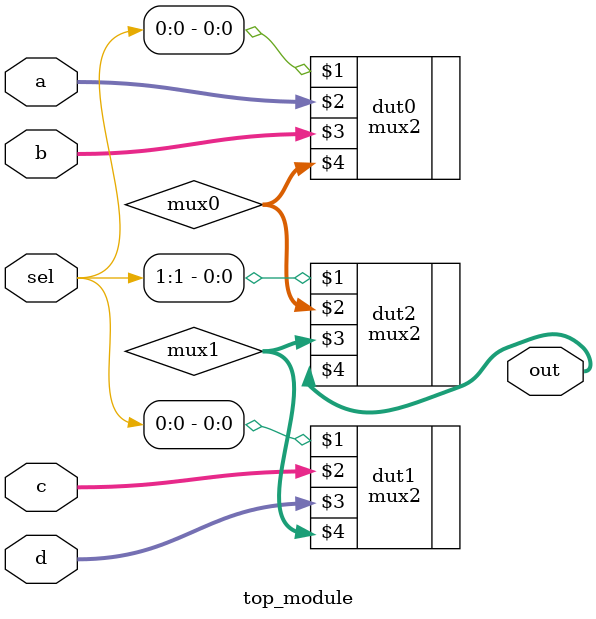
<source format=v>
module top_module (
    input [1:0] sel,
    input [7:0] a,
    input [7:0] b,
    input [7:0] c,
    input [7:0] d,
    output [7:0] out  ); //

    wire [7:0] mux0, mux1;
    mux2 dut0 ( sel[0],    a,    b, mux0 );
    mux2 dut1 ( sel[0],    c,    d, mux1 );
    mux2 dut2 ( sel[1], mux0, mux1,  out );

endmodule

</source>
